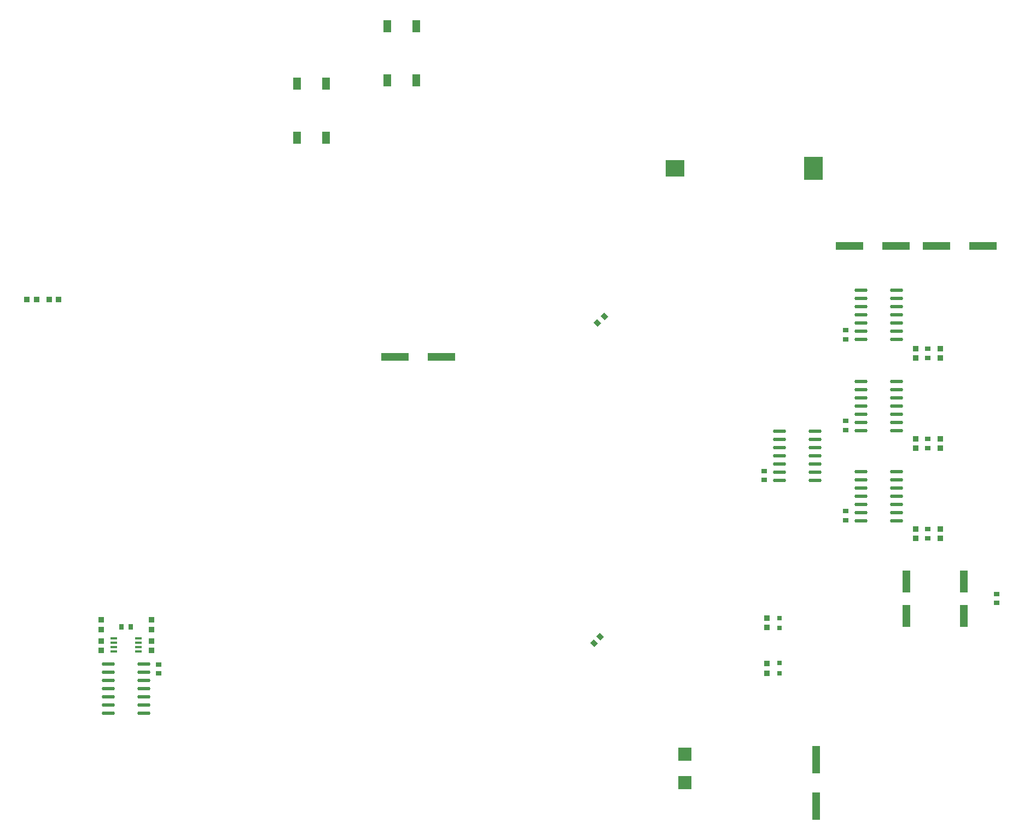
<source format=gbr>
%TF.GenerationSoftware,KiCad,Pcbnew,7.0.5-0*%
%TF.CreationDate,2024-01-05T10:03:26+01:00*%
%TF.ProjectId,mollusc_motion_board,6d6f6c6c-7573-4635-9f6d-6f74696f6e5f,rev?*%
%TF.SameCoordinates,Original*%
%TF.FileFunction,Paste,Top*%
%TF.FilePolarity,Positive*%
%FSLAX46Y46*%
G04 Gerber Fmt 4.6, Leading zero omitted, Abs format (unit mm)*
G04 Created by KiCad (PCBNEW 7.0.5-0) date 2024-01-05 10:03:26*
%MOMM*%
%LPD*%
G01*
G04 APERTURE LIST*
G04 Aperture macros list*
%AMRotRect*
0 Rectangle, with rotation*
0 The origin of the aperture is its center*
0 $1 length*
0 $2 width*
0 $3 Rotation angle, in degrees counterclockwise*
0 Add horizontal line*
21,1,$1,$2,0,0,$3*%
G04 Aperture macros list end*
%ADD10R,0.864008X0.806477*%
%ADD11O,2.037998X0.573990*%
%ADD12R,1.300000X1.900000*%
%ADD13R,0.806477X0.864008*%
%ADD14R,0.800000X0.800000*%
%ADD15R,3.000000X3.600000*%
%ADD16R,3.000000X2.600000*%
%ADD17R,1.200000X3.500000*%
%ADD18R,4.300000X1.259995*%
%ADD19R,0.900000X0.800000*%
%ADD20R,2.000000X2.000000*%
%ADD21RotRect,0.806477X0.864008X45.000000*%
%ADD22R,0.800000X0.900000*%
%ADD23RotRect,0.800000X0.900000X45.000000*%
%ADD24R,1.259995X4.300000*%
%ADD25R,1.100000X0.400000*%
G04 APERTURE END LIST*
D10*
%TO.C,R2*%
X28712000Y15013268D03*
X28712000Y16520000D03*
%TD*%
D11*
%TO.C,U2*%
X25766164Y3819992D03*
X25766164Y5089995D03*
X25766164Y6359997D03*
X25766164Y7630000D03*
X25766164Y8900003D03*
X25766164Y10170005D03*
X25766164Y11440008D03*
X20227937Y11440008D03*
X20227937Y10170005D03*
X20227937Y8900003D03*
X20227937Y7630000D03*
X20227937Y6359997D03*
X20227937Y5089995D03*
X20227937Y3819992D03*
%TD*%
%TO.C,U4*%
X13153137Y-3937005D03*
X13153137Y-2667002D03*
X13153137Y-1397000D03*
X13153137Y-126997D03*
X13153137Y1143006D03*
X13153137Y2413008D03*
X13153137Y3683011D03*
X7614910Y3683011D03*
X7614910Y2413008D03*
X7614910Y1143006D03*
X7614910Y-126997D03*
X7614910Y-1397000D03*
X7614910Y-2667002D03*
X7614910Y-3937005D03*
%TD*%
D10*
%TO.C,R6*%
X28712000Y-12926732D03*
X28712000Y-11420000D03*
%TD*%
%TO.C,R12*%
X-89559836Y-30285317D03*
X-89559836Y-28778585D03*
%TD*%
D12*
%TO.C,SW1*%
X-48549987Y66430076D03*
X-48549987Y58030025D03*
X-53049860Y66430076D03*
X-53049860Y58030025D03*
%TD*%
D11*
%TO.C,U3*%
X25766164Y-10150008D03*
X25766164Y-8880005D03*
X25766164Y-7610003D03*
X25766164Y-6340000D03*
X25766164Y-5069997D03*
X25766164Y-3799995D03*
X25766164Y-2529992D03*
X20227937Y-2529992D03*
X20227937Y-3799995D03*
X20227937Y-5069997D03*
X20227937Y-6340000D03*
X20227937Y-7610003D03*
X20227937Y-8880005D03*
X20227937Y-10150008D03*
%TD*%
D13*
%TO.C,R9*%
X-108821732Y24130000D03*
X-107315000Y24130000D03*
%TD*%
D14*
%TO.C,D2*%
X7616571Y-32220533D03*
X7623429Y-33819467D03*
%TD*%
D10*
%TO.C,R11*%
X-97306836Y-30285317D03*
X-97306836Y-28778585D03*
%TD*%
%TO.C,R5*%
X32522000Y2550000D03*
X32522000Y1043268D03*
%TD*%
D15*
%TO.C,BT1*%
X12900000Y44450000D03*
D16*
X-8500000Y44450000D03*
%TD*%
D13*
%TO.C,R8*%
X-103903268Y24130000D03*
X-105410000Y24130000D03*
%TD*%
D17*
%TO.C,C16*%
X36195127Y-24894977D03*
X36195127Y-19555124D03*
%TD*%
D11*
%TO.C,U6*%
X-96266000Y-32384992D03*
X-96266000Y-33654995D03*
X-96266000Y-34924997D03*
X-96266000Y-36195000D03*
X-96266000Y-37465003D03*
X-96266000Y-38735005D03*
X-96266000Y-40005008D03*
X-90727773Y-40005008D03*
X-90727773Y-38735005D03*
X-90727773Y-37465003D03*
X-90727773Y-36195000D03*
X-90727773Y-34924997D03*
X-90727773Y-33654995D03*
X-90727773Y-32384992D03*
%TD*%
D14*
%TO.C,D1*%
X7620000Y-25221533D03*
X7626858Y-26820467D03*
%TD*%
D10*
%TO.C,R15*%
X5718429Y-32312735D03*
X5718429Y-33819467D03*
%TD*%
D12*
%TO.C,SW2*%
X-62519987Y57540076D03*
X-62519987Y49140025D03*
X-67019860Y57540076D03*
X-67019860Y49140025D03*
%TD*%
D10*
%TO.C,R3*%
X32522000Y16520000D03*
X32522000Y15013268D03*
%TD*%
D18*
%TO.C,C1*%
X-51856393Y15240000D03*
X-44663607Y15240000D03*
%TD*%
D10*
%TO.C,R10*%
X-97306836Y-25485219D03*
X-97306836Y-26991951D03*
%TD*%
D19*
%TO.C,C17*%
X41275000Y-22925025D03*
X41275000Y-21524975D03*
%TD*%
%TO.C,C8*%
X30617000Y-12873391D03*
X30617000Y-11473341D03*
%TD*%
D20*
%TO.C,D3*%
X-7020000Y-46341000D03*
X-7020000Y-50741051D03*
%TD*%
D10*
%TO.C,R13*%
X-89559836Y-26991951D03*
X-89559836Y-25485219D03*
%TD*%
D19*
%TO.C,C7*%
X-88416836Y-33838391D03*
X-88416836Y-32438341D03*
%TD*%
D21*
%TO.C,R14*%
X-20519167Y20428079D03*
X-19453747Y21493499D03*
%TD*%
D17*
%TO.C,C14*%
X27305127Y-24894977D03*
X27305127Y-19555124D03*
%TD*%
D22*
%TO.C,C11*%
X-94196861Y-26610951D03*
X-92796811Y-26610951D03*
%TD*%
D18*
%TO.C,C9*%
X39156393Y32385000D03*
X31963607Y32385000D03*
%TD*%
D19*
%TO.C,C3*%
X5303973Y-2474972D03*
X5303973Y-3875022D03*
%TD*%
D23*
%TO.C,C19*%
X-21083723Y-29165955D03*
X-20093739Y-28175971D03*
%TD*%
D19*
%TO.C,C6*%
X30617000Y1096609D03*
X30617000Y2496659D03*
%TD*%
%TO.C,C4*%
X30617000Y15066609D03*
X30617000Y16466659D03*
%TD*%
D24*
%TO.C,C12*%
X13300000Y-47189607D03*
X13300000Y-54382393D03*
%TD*%
D19*
%TO.C,C10*%
X17917000Y19350466D03*
X17917000Y17950416D03*
%TD*%
D11*
%TO.C,U1*%
X25766164Y17888433D03*
X25766164Y19158436D03*
X25766164Y20428438D03*
X25766164Y21698441D03*
X25766164Y22968444D03*
X25766164Y24238446D03*
X25766164Y25508449D03*
X20227937Y25508449D03*
X20227937Y24238446D03*
X20227937Y22968444D03*
X20227937Y21698441D03*
X20227937Y20428438D03*
X20227937Y19158436D03*
X20227937Y17888433D03*
%TD*%
D19*
%TO.C,C5*%
X17917000Y5290659D03*
X17917000Y3890609D03*
%TD*%
D18*
%TO.C,C13*%
X18501607Y32385000D03*
X25694393Y32385000D03*
%TD*%
D19*
%TO.C,C2*%
X17917000Y-8696609D03*
X17917000Y-10096659D03*
%TD*%
D10*
%TO.C,R7*%
X32522000Y-11420000D03*
X32522000Y-12926732D03*
%TD*%
D25*
%TO.C,U7*%
X-95396836Y-28429970D03*
X-95396836Y-29079957D03*
X-95396836Y-29729945D03*
X-95396836Y-30379932D03*
X-91596836Y-30379932D03*
X-91596836Y-29729945D03*
X-91596836Y-29079957D03*
X-91596836Y-28429970D03*
%TD*%
D10*
%TO.C,R4*%
X28712000Y1043268D03*
X28712000Y2550000D03*
%TD*%
%TO.C,R1*%
X5715000Y-25221533D03*
X5715000Y-26728265D03*
%TD*%
M02*

</source>
